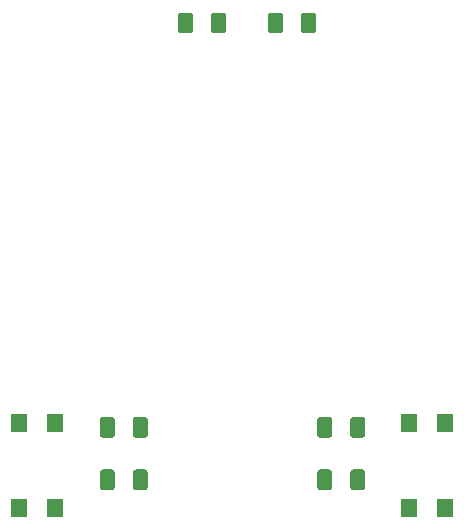
<source format=gbr>
G04 #@! TF.GenerationSoftware,KiCad,Pcbnew,5.0.2+dfsg1-1*
G04 #@! TF.CreationDate,2020-04-26T19:31:52+02:00*
G04 #@! TF.ProjectId,iClone,69436c6f-6e65-42e6-9b69-6361645f7063,rev?*
G04 #@! TF.SameCoordinates,Original*
G04 #@! TF.FileFunction,Paste,Top*
G04 #@! TF.FilePolarity,Positive*
%FSLAX46Y46*%
G04 Gerber Fmt 4.6, Leading zero omitted, Abs format (unit mm)*
G04 Created by KiCad (PCBNEW 5.0.2+dfsg1-1) date dom 26 abr 2020 19:31:52 CEST*
%MOMM*%
%LPD*%
G01*
G04 APERTURE LIST*
%ADD10C,0.100000*%
%ADD11C,1.250000*%
%ADD12R,1.400000X1.600000*%
G04 APERTURE END LIST*
D10*
G04 #@! TO.C,R4*
G36*
X148859504Y-69611204D02*
X148883773Y-69614804D01*
X148907571Y-69620765D01*
X148930671Y-69629030D01*
X148952849Y-69639520D01*
X148973893Y-69652133D01*
X148993598Y-69666747D01*
X149011777Y-69683223D01*
X149028253Y-69701402D01*
X149042867Y-69721107D01*
X149055480Y-69742151D01*
X149065970Y-69764329D01*
X149074235Y-69787429D01*
X149080196Y-69811227D01*
X149083796Y-69835496D01*
X149085000Y-69860000D01*
X149085000Y-71110000D01*
X149083796Y-71134504D01*
X149080196Y-71158773D01*
X149074235Y-71182571D01*
X149065970Y-71205671D01*
X149055480Y-71227849D01*
X149042867Y-71248893D01*
X149028253Y-71268598D01*
X149011777Y-71286777D01*
X148993598Y-71303253D01*
X148973893Y-71317867D01*
X148952849Y-71330480D01*
X148930671Y-71340970D01*
X148907571Y-71349235D01*
X148883773Y-71355196D01*
X148859504Y-71358796D01*
X148835000Y-71360000D01*
X148085000Y-71360000D01*
X148060496Y-71358796D01*
X148036227Y-71355196D01*
X148012429Y-71349235D01*
X147989329Y-71340970D01*
X147967151Y-71330480D01*
X147946107Y-71317867D01*
X147926402Y-71303253D01*
X147908223Y-71286777D01*
X147891747Y-71268598D01*
X147877133Y-71248893D01*
X147864520Y-71227849D01*
X147854030Y-71205671D01*
X147845765Y-71182571D01*
X147839804Y-71158773D01*
X147836204Y-71134504D01*
X147835000Y-71110000D01*
X147835000Y-69860000D01*
X147836204Y-69835496D01*
X147839804Y-69811227D01*
X147845765Y-69787429D01*
X147854030Y-69764329D01*
X147864520Y-69742151D01*
X147877133Y-69721107D01*
X147891747Y-69701402D01*
X147908223Y-69683223D01*
X147926402Y-69666747D01*
X147946107Y-69652133D01*
X147967151Y-69639520D01*
X147989329Y-69629030D01*
X148012429Y-69620765D01*
X148036227Y-69614804D01*
X148060496Y-69611204D01*
X148085000Y-69610000D01*
X148835000Y-69610000D01*
X148859504Y-69611204D01*
X148859504Y-69611204D01*
G37*
D11*
X148460000Y-70485000D03*
D10*
G36*
X151659504Y-69611204D02*
X151683773Y-69614804D01*
X151707571Y-69620765D01*
X151730671Y-69629030D01*
X151752849Y-69639520D01*
X151773893Y-69652133D01*
X151793598Y-69666747D01*
X151811777Y-69683223D01*
X151828253Y-69701402D01*
X151842867Y-69721107D01*
X151855480Y-69742151D01*
X151865970Y-69764329D01*
X151874235Y-69787429D01*
X151880196Y-69811227D01*
X151883796Y-69835496D01*
X151885000Y-69860000D01*
X151885000Y-71110000D01*
X151883796Y-71134504D01*
X151880196Y-71158773D01*
X151874235Y-71182571D01*
X151865970Y-71205671D01*
X151855480Y-71227849D01*
X151842867Y-71248893D01*
X151828253Y-71268598D01*
X151811777Y-71286777D01*
X151793598Y-71303253D01*
X151773893Y-71317867D01*
X151752849Y-71330480D01*
X151730671Y-71340970D01*
X151707571Y-71349235D01*
X151683773Y-71355196D01*
X151659504Y-71358796D01*
X151635000Y-71360000D01*
X150885000Y-71360000D01*
X150860496Y-71358796D01*
X150836227Y-71355196D01*
X150812429Y-71349235D01*
X150789329Y-71340970D01*
X150767151Y-71330480D01*
X150746107Y-71317867D01*
X150726402Y-71303253D01*
X150708223Y-71286777D01*
X150691747Y-71268598D01*
X150677133Y-71248893D01*
X150664520Y-71227849D01*
X150654030Y-71205671D01*
X150645765Y-71182571D01*
X150639804Y-71158773D01*
X150636204Y-71134504D01*
X150635000Y-71110000D01*
X150635000Y-69860000D01*
X150636204Y-69835496D01*
X150639804Y-69811227D01*
X150645765Y-69787429D01*
X150654030Y-69764329D01*
X150664520Y-69742151D01*
X150677133Y-69721107D01*
X150691747Y-69701402D01*
X150708223Y-69683223D01*
X150726402Y-69666747D01*
X150746107Y-69652133D01*
X150767151Y-69639520D01*
X150789329Y-69629030D01*
X150812429Y-69620765D01*
X150836227Y-69614804D01*
X150860496Y-69611204D01*
X150885000Y-69610000D01*
X151635000Y-69610000D01*
X151659504Y-69611204D01*
X151659504Y-69611204D01*
G37*
D11*
X151260000Y-70485000D03*
G04 #@! TD*
D10*
G04 #@! TO.C,R1*
G36*
X144039504Y-69611204D02*
X144063773Y-69614804D01*
X144087571Y-69620765D01*
X144110671Y-69629030D01*
X144132849Y-69639520D01*
X144153893Y-69652133D01*
X144173598Y-69666747D01*
X144191777Y-69683223D01*
X144208253Y-69701402D01*
X144222867Y-69721107D01*
X144235480Y-69742151D01*
X144245970Y-69764329D01*
X144254235Y-69787429D01*
X144260196Y-69811227D01*
X144263796Y-69835496D01*
X144265000Y-69860000D01*
X144265000Y-71110000D01*
X144263796Y-71134504D01*
X144260196Y-71158773D01*
X144254235Y-71182571D01*
X144245970Y-71205671D01*
X144235480Y-71227849D01*
X144222867Y-71248893D01*
X144208253Y-71268598D01*
X144191777Y-71286777D01*
X144173598Y-71303253D01*
X144153893Y-71317867D01*
X144132849Y-71330480D01*
X144110671Y-71340970D01*
X144087571Y-71349235D01*
X144063773Y-71355196D01*
X144039504Y-71358796D01*
X144015000Y-71360000D01*
X143265000Y-71360000D01*
X143240496Y-71358796D01*
X143216227Y-71355196D01*
X143192429Y-71349235D01*
X143169329Y-71340970D01*
X143147151Y-71330480D01*
X143126107Y-71317867D01*
X143106402Y-71303253D01*
X143088223Y-71286777D01*
X143071747Y-71268598D01*
X143057133Y-71248893D01*
X143044520Y-71227849D01*
X143034030Y-71205671D01*
X143025765Y-71182571D01*
X143019804Y-71158773D01*
X143016204Y-71134504D01*
X143015000Y-71110000D01*
X143015000Y-69860000D01*
X143016204Y-69835496D01*
X143019804Y-69811227D01*
X143025765Y-69787429D01*
X143034030Y-69764329D01*
X143044520Y-69742151D01*
X143057133Y-69721107D01*
X143071747Y-69701402D01*
X143088223Y-69683223D01*
X143106402Y-69666747D01*
X143126107Y-69652133D01*
X143147151Y-69639520D01*
X143169329Y-69629030D01*
X143192429Y-69620765D01*
X143216227Y-69614804D01*
X143240496Y-69611204D01*
X143265000Y-69610000D01*
X144015000Y-69610000D01*
X144039504Y-69611204D01*
X144039504Y-69611204D01*
G37*
D11*
X143640000Y-70485000D03*
D10*
G36*
X141239504Y-69611204D02*
X141263773Y-69614804D01*
X141287571Y-69620765D01*
X141310671Y-69629030D01*
X141332849Y-69639520D01*
X141353893Y-69652133D01*
X141373598Y-69666747D01*
X141391777Y-69683223D01*
X141408253Y-69701402D01*
X141422867Y-69721107D01*
X141435480Y-69742151D01*
X141445970Y-69764329D01*
X141454235Y-69787429D01*
X141460196Y-69811227D01*
X141463796Y-69835496D01*
X141465000Y-69860000D01*
X141465000Y-71110000D01*
X141463796Y-71134504D01*
X141460196Y-71158773D01*
X141454235Y-71182571D01*
X141445970Y-71205671D01*
X141435480Y-71227849D01*
X141422867Y-71248893D01*
X141408253Y-71268598D01*
X141391777Y-71286777D01*
X141373598Y-71303253D01*
X141353893Y-71317867D01*
X141332849Y-71330480D01*
X141310671Y-71340970D01*
X141287571Y-71349235D01*
X141263773Y-71355196D01*
X141239504Y-71358796D01*
X141215000Y-71360000D01*
X140465000Y-71360000D01*
X140440496Y-71358796D01*
X140416227Y-71355196D01*
X140392429Y-71349235D01*
X140369329Y-71340970D01*
X140347151Y-71330480D01*
X140326107Y-71317867D01*
X140306402Y-71303253D01*
X140288223Y-71286777D01*
X140271747Y-71268598D01*
X140257133Y-71248893D01*
X140244520Y-71227849D01*
X140234030Y-71205671D01*
X140225765Y-71182571D01*
X140219804Y-71158773D01*
X140216204Y-71134504D01*
X140215000Y-71110000D01*
X140215000Y-69860000D01*
X140216204Y-69835496D01*
X140219804Y-69811227D01*
X140225765Y-69787429D01*
X140234030Y-69764329D01*
X140244520Y-69742151D01*
X140257133Y-69721107D01*
X140271747Y-69701402D01*
X140288223Y-69683223D01*
X140306402Y-69666747D01*
X140326107Y-69652133D01*
X140347151Y-69639520D01*
X140369329Y-69629030D01*
X140392429Y-69620765D01*
X140416227Y-69614804D01*
X140440496Y-69611204D01*
X140465000Y-69610000D01*
X141215000Y-69610000D01*
X141239504Y-69611204D01*
X141239504Y-69611204D01*
G37*
D11*
X140840000Y-70485000D03*
G04 #@! TD*
D10*
G04 #@! TO.C,L2*
G36*
X153026253Y-108296112D02*
X153050522Y-108299712D01*
X153074320Y-108305673D01*
X153097420Y-108313938D01*
X153119598Y-108324428D01*
X153140642Y-108337041D01*
X153160347Y-108351655D01*
X153178526Y-108368131D01*
X153195002Y-108386310D01*
X153209616Y-108406015D01*
X153222229Y-108427059D01*
X153232719Y-108449237D01*
X153240984Y-108472337D01*
X153246945Y-108496135D01*
X153250545Y-108520404D01*
X153251749Y-108544908D01*
X153251749Y-109794908D01*
X153250545Y-109819412D01*
X153246945Y-109843681D01*
X153240984Y-109867479D01*
X153232719Y-109890579D01*
X153222229Y-109912757D01*
X153209616Y-109933801D01*
X153195002Y-109953506D01*
X153178526Y-109971685D01*
X153160347Y-109988161D01*
X153140642Y-110002775D01*
X153119598Y-110015388D01*
X153097420Y-110025878D01*
X153074320Y-110034143D01*
X153050522Y-110040104D01*
X153026253Y-110043704D01*
X153001749Y-110044908D01*
X152251749Y-110044908D01*
X152227245Y-110043704D01*
X152202976Y-110040104D01*
X152179178Y-110034143D01*
X152156078Y-110025878D01*
X152133900Y-110015388D01*
X152112856Y-110002775D01*
X152093151Y-109988161D01*
X152074972Y-109971685D01*
X152058496Y-109953506D01*
X152043882Y-109933801D01*
X152031269Y-109912757D01*
X152020779Y-109890579D01*
X152012514Y-109867479D01*
X152006553Y-109843681D01*
X152002953Y-109819412D01*
X152001749Y-109794908D01*
X152001749Y-108544908D01*
X152002953Y-108520404D01*
X152006553Y-108496135D01*
X152012514Y-108472337D01*
X152020779Y-108449237D01*
X152031269Y-108427059D01*
X152043882Y-108406015D01*
X152058496Y-108386310D01*
X152074972Y-108368131D01*
X152093151Y-108351655D01*
X152112856Y-108337041D01*
X152133900Y-108324428D01*
X152156078Y-108313938D01*
X152179178Y-108305673D01*
X152202976Y-108299712D01*
X152227245Y-108296112D01*
X152251749Y-108294908D01*
X153001749Y-108294908D01*
X153026253Y-108296112D01*
X153026253Y-108296112D01*
G37*
D11*
X152626749Y-109169908D03*
D10*
G36*
X155826253Y-108296112D02*
X155850522Y-108299712D01*
X155874320Y-108305673D01*
X155897420Y-108313938D01*
X155919598Y-108324428D01*
X155940642Y-108337041D01*
X155960347Y-108351655D01*
X155978526Y-108368131D01*
X155995002Y-108386310D01*
X156009616Y-108406015D01*
X156022229Y-108427059D01*
X156032719Y-108449237D01*
X156040984Y-108472337D01*
X156046945Y-108496135D01*
X156050545Y-108520404D01*
X156051749Y-108544908D01*
X156051749Y-109794908D01*
X156050545Y-109819412D01*
X156046945Y-109843681D01*
X156040984Y-109867479D01*
X156032719Y-109890579D01*
X156022229Y-109912757D01*
X156009616Y-109933801D01*
X155995002Y-109953506D01*
X155978526Y-109971685D01*
X155960347Y-109988161D01*
X155940642Y-110002775D01*
X155919598Y-110015388D01*
X155897420Y-110025878D01*
X155874320Y-110034143D01*
X155850522Y-110040104D01*
X155826253Y-110043704D01*
X155801749Y-110044908D01*
X155051749Y-110044908D01*
X155027245Y-110043704D01*
X155002976Y-110040104D01*
X154979178Y-110034143D01*
X154956078Y-110025878D01*
X154933900Y-110015388D01*
X154912856Y-110002775D01*
X154893151Y-109988161D01*
X154874972Y-109971685D01*
X154858496Y-109953506D01*
X154843882Y-109933801D01*
X154831269Y-109912757D01*
X154820779Y-109890579D01*
X154812514Y-109867479D01*
X154806553Y-109843681D01*
X154802953Y-109819412D01*
X154801749Y-109794908D01*
X154801749Y-108544908D01*
X154802953Y-108520404D01*
X154806553Y-108496135D01*
X154812514Y-108472337D01*
X154820779Y-108449237D01*
X154831269Y-108427059D01*
X154843882Y-108406015D01*
X154858496Y-108386310D01*
X154874972Y-108368131D01*
X154893151Y-108351655D01*
X154912856Y-108337041D01*
X154933900Y-108324428D01*
X154956078Y-108313938D01*
X154979178Y-108305673D01*
X155002976Y-108299712D01*
X155027245Y-108296112D01*
X155051749Y-108294908D01*
X155801749Y-108294908D01*
X155826253Y-108296112D01*
X155826253Y-108296112D01*
G37*
D11*
X155426749Y-109169908D03*
G04 #@! TD*
D10*
G04 #@! TO.C,R2*
G36*
X153026253Y-103851112D02*
X153050522Y-103854712D01*
X153074320Y-103860673D01*
X153097420Y-103868938D01*
X153119598Y-103879428D01*
X153140642Y-103892041D01*
X153160347Y-103906655D01*
X153178526Y-103923131D01*
X153195002Y-103941310D01*
X153209616Y-103961015D01*
X153222229Y-103982059D01*
X153232719Y-104004237D01*
X153240984Y-104027337D01*
X153246945Y-104051135D01*
X153250545Y-104075404D01*
X153251749Y-104099908D01*
X153251749Y-105349908D01*
X153250545Y-105374412D01*
X153246945Y-105398681D01*
X153240984Y-105422479D01*
X153232719Y-105445579D01*
X153222229Y-105467757D01*
X153209616Y-105488801D01*
X153195002Y-105508506D01*
X153178526Y-105526685D01*
X153160347Y-105543161D01*
X153140642Y-105557775D01*
X153119598Y-105570388D01*
X153097420Y-105580878D01*
X153074320Y-105589143D01*
X153050522Y-105595104D01*
X153026253Y-105598704D01*
X153001749Y-105599908D01*
X152251749Y-105599908D01*
X152227245Y-105598704D01*
X152202976Y-105595104D01*
X152179178Y-105589143D01*
X152156078Y-105580878D01*
X152133900Y-105570388D01*
X152112856Y-105557775D01*
X152093151Y-105543161D01*
X152074972Y-105526685D01*
X152058496Y-105508506D01*
X152043882Y-105488801D01*
X152031269Y-105467757D01*
X152020779Y-105445579D01*
X152012514Y-105422479D01*
X152006553Y-105398681D01*
X152002953Y-105374412D01*
X152001749Y-105349908D01*
X152001749Y-104099908D01*
X152002953Y-104075404D01*
X152006553Y-104051135D01*
X152012514Y-104027337D01*
X152020779Y-104004237D01*
X152031269Y-103982059D01*
X152043882Y-103961015D01*
X152058496Y-103941310D01*
X152074972Y-103923131D01*
X152093151Y-103906655D01*
X152112856Y-103892041D01*
X152133900Y-103879428D01*
X152156078Y-103868938D01*
X152179178Y-103860673D01*
X152202976Y-103854712D01*
X152227245Y-103851112D01*
X152251749Y-103849908D01*
X153001749Y-103849908D01*
X153026253Y-103851112D01*
X153026253Y-103851112D01*
G37*
D11*
X152626749Y-104724908D03*
D10*
G36*
X155826253Y-103851112D02*
X155850522Y-103854712D01*
X155874320Y-103860673D01*
X155897420Y-103868938D01*
X155919598Y-103879428D01*
X155940642Y-103892041D01*
X155960347Y-103906655D01*
X155978526Y-103923131D01*
X155995002Y-103941310D01*
X156009616Y-103961015D01*
X156022229Y-103982059D01*
X156032719Y-104004237D01*
X156040984Y-104027337D01*
X156046945Y-104051135D01*
X156050545Y-104075404D01*
X156051749Y-104099908D01*
X156051749Y-105349908D01*
X156050545Y-105374412D01*
X156046945Y-105398681D01*
X156040984Y-105422479D01*
X156032719Y-105445579D01*
X156022229Y-105467757D01*
X156009616Y-105488801D01*
X155995002Y-105508506D01*
X155978526Y-105526685D01*
X155960347Y-105543161D01*
X155940642Y-105557775D01*
X155919598Y-105570388D01*
X155897420Y-105580878D01*
X155874320Y-105589143D01*
X155850522Y-105595104D01*
X155826253Y-105598704D01*
X155801749Y-105599908D01*
X155051749Y-105599908D01*
X155027245Y-105598704D01*
X155002976Y-105595104D01*
X154979178Y-105589143D01*
X154956078Y-105580878D01*
X154933900Y-105570388D01*
X154912856Y-105557775D01*
X154893151Y-105543161D01*
X154874972Y-105526685D01*
X154858496Y-105508506D01*
X154843882Y-105488801D01*
X154831269Y-105467757D01*
X154820779Y-105445579D01*
X154812514Y-105422479D01*
X154806553Y-105398681D01*
X154802953Y-105374412D01*
X154801749Y-105349908D01*
X154801749Y-104099908D01*
X154802953Y-104075404D01*
X154806553Y-104051135D01*
X154812514Y-104027337D01*
X154820779Y-104004237D01*
X154831269Y-103982059D01*
X154843882Y-103961015D01*
X154858496Y-103941310D01*
X154874972Y-103923131D01*
X154893151Y-103906655D01*
X154912856Y-103892041D01*
X154933900Y-103879428D01*
X154956078Y-103868938D01*
X154979178Y-103860673D01*
X155002976Y-103854712D01*
X155027245Y-103851112D01*
X155051749Y-103849908D01*
X155801749Y-103849908D01*
X155826253Y-103851112D01*
X155826253Y-103851112D01*
G37*
D11*
X155426749Y-104724908D03*
G04 #@! TD*
D12*
G04 #@! TO.C,READ*
X159790000Y-104350000D03*
X159790000Y-111550000D03*
X162790000Y-104350000D03*
X162790000Y-111550000D03*
G04 #@! TD*
G04 #@! TO.C,WRITE*
X126770000Y-104350000D03*
X126770000Y-111550000D03*
X129770000Y-104350000D03*
X129770000Y-111550000D03*
G04 #@! TD*
D10*
G04 #@! TO.C,R2*
G36*
X137411253Y-103851112D02*
X137435522Y-103854712D01*
X137459320Y-103860673D01*
X137482420Y-103868938D01*
X137504598Y-103879428D01*
X137525642Y-103892041D01*
X137545347Y-103906655D01*
X137563526Y-103923131D01*
X137580002Y-103941310D01*
X137594616Y-103961015D01*
X137607229Y-103982059D01*
X137617719Y-104004237D01*
X137625984Y-104027337D01*
X137631945Y-104051135D01*
X137635545Y-104075404D01*
X137636749Y-104099908D01*
X137636749Y-105349908D01*
X137635545Y-105374412D01*
X137631945Y-105398681D01*
X137625984Y-105422479D01*
X137617719Y-105445579D01*
X137607229Y-105467757D01*
X137594616Y-105488801D01*
X137580002Y-105508506D01*
X137563526Y-105526685D01*
X137545347Y-105543161D01*
X137525642Y-105557775D01*
X137504598Y-105570388D01*
X137482420Y-105580878D01*
X137459320Y-105589143D01*
X137435522Y-105595104D01*
X137411253Y-105598704D01*
X137386749Y-105599908D01*
X136636749Y-105599908D01*
X136612245Y-105598704D01*
X136587976Y-105595104D01*
X136564178Y-105589143D01*
X136541078Y-105580878D01*
X136518900Y-105570388D01*
X136497856Y-105557775D01*
X136478151Y-105543161D01*
X136459972Y-105526685D01*
X136443496Y-105508506D01*
X136428882Y-105488801D01*
X136416269Y-105467757D01*
X136405779Y-105445579D01*
X136397514Y-105422479D01*
X136391553Y-105398681D01*
X136387953Y-105374412D01*
X136386749Y-105349908D01*
X136386749Y-104099908D01*
X136387953Y-104075404D01*
X136391553Y-104051135D01*
X136397514Y-104027337D01*
X136405779Y-104004237D01*
X136416269Y-103982059D01*
X136428882Y-103961015D01*
X136443496Y-103941310D01*
X136459972Y-103923131D01*
X136478151Y-103906655D01*
X136497856Y-103892041D01*
X136518900Y-103879428D01*
X136541078Y-103868938D01*
X136564178Y-103860673D01*
X136587976Y-103854712D01*
X136612245Y-103851112D01*
X136636749Y-103849908D01*
X137386749Y-103849908D01*
X137411253Y-103851112D01*
X137411253Y-103851112D01*
G37*
D11*
X137011749Y-104724908D03*
D10*
G36*
X134611253Y-103851112D02*
X134635522Y-103854712D01*
X134659320Y-103860673D01*
X134682420Y-103868938D01*
X134704598Y-103879428D01*
X134725642Y-103892041D01*
X134745347Y-103906655D01*
X134763526Y-103923131D01*
X134780002Y-103941310D01*
X134794616Y-103961015D01*
X134807229Y-103982059D01*
X134817719Y-104004237D01*
X134825984Y-104027337D01*
X134831945Y-104051135D01*
X134835545Y-104075404D01*
X134836749Y-104099908D01*
X134836749Y-105349908D01*
X134835545Y-105374412D01*
X134831945Y-105398681D01*
X134825984Y-105422479D01*
X134817719Y-105445579D01*
X134807229Y-105467757D01*
X134794616Y-105488801D01*
X134780002Y-105508506D01*
X134763526Y-105526685D01*
X134745347Y-105543161D01*
X134725642Y-105557775D01*
X134704598Y-105570388D01*
X134682420Y-105580878D01*
X134659320Y-105589143D01*
X134635522Y-105595104D01*
X134611253Y-105598704D01*
X134586749Y-105599908D01*
X133836749Y-105599908D01*
X133812245Y-105598704D01*
X133787976Y-105595104D01*
X133764178Y-105589143D01*
X133741078Y-105580878D01*
X133718900Y-105570388D01*
X133697856Y-105557775D01*
X133678151Y-105543161D01*
X133659972Y-105526685D01*
X133643496Y-105508506D01*
X133628882Y-105488801D01*
X133616269Y-105467757D01*
X133605779Y-105445579D01*
X133597514Y-105422479D01*
X133591553Y-105398681D01*
X133587953Y-105374412D01*
X133586749Y-105349908D01*
X133586749Y-104099908D01*
X133587953Y-104075404D01*
X133591553Y-104051135D01*
X133597514Y-104027337D01*
X133605779Y-104004237D01*
X133616269Y-103982059D01*
X133628882Y-103961015D01*
X133643496Y-103941310D01*
X133659972Y-103923131D01*
X133678151Y-103906655D01*
X133697856Y-103892041D01*
X133718900Y-103879428D01*
X133741078Y-103868938D01*
X133764178Y-103860673D01*
X133787976Y-103854712D01*
X133812245Y-103851112D01*
X133836749Y-103849908D01*
X134586749Y-103849908D01*
X134611253Y-103851112D01*
X134611253Y-103851112D01*
G37*
D11*
X134211749Y-104724908D03*
G04 #@! TD*
D10*
G04 #@! TO.C,L2*
G36*
X137411253Y-108296112D02*
X137435522Y-108299712D01*
X137459320Y-108305673D01*
X137482420Y-108313938D01*
X137504598Y-108324428D01*
X137525642Y-108337041D01*
X137545347Y-108351655D01*
X137563526Y-108368131D01*
X137580002Y-108386310D01*
X137594616Y-108406015D01*
X137607229Y-108427059D01*
X137617719Y-108449237D01*
X137625984Y-108472337D01*
X137631945Y-108496135D01*
X137635545Y-108520404D01*
X137636749Y-108544908D01*
X137636749Y-109794908D01*
X137635545Y-109819412D01*
X137631945Y-109843681D01*
X137625984Y-109867479D01*
X137617719Y-109890579D01*
X137607229Y-109912757D01*
X137594616Y-109933801D01*
X137580002Y-109953506D01*
X137563526Y-109971685D01*
X137545347Y-109988161D01*
X137525642Y-110002775D01*
X137504598Y-110015388D01*
X137482420Y-110025878D01*
X137459320Y-110034143D01*
X137435522Y-110040104D01*
X137411253Y-110043704D01*
X137386749Y-110044908D01*
X136636749Y-110044908D01*
X136612245Y-110043704D01*
X136587976Y-110040104D01*
X136564178Y-110034143D01*
X136541078Y-110025878D01*
X136518900Y-110015388D01*
X136497856Y-110002775D01*
X136478151Y-109988161D01*
X136459972Y-109971685D01*
X136443496Y-109953506D01*
X136428882Y-109933801D01*
X136416269Y-109912757D01*
X136405779Y-109890579D01*
X136397514Y-109867479D01*
X136391553Y-109843681D01*
X136387953Y-109819412D01*
X136386749Y-109794908D01*
X136386749Y-108544908D01*
X136387953Y-108520404D01*
X136391553Y-108496135D01*
X136397514Y-108472337D01*
X136405779Y-108449237D01*
X136416269Y-108427059D01*
X136428882Y-108406015D01*
X136443496Y-108386310D01*
X136459972Y-108368131D01*
X136478151Y-108351655D01*
X136497856Y-108337041D01*
X136518900Y-108324428D01*
X136541078Y-108313938D01*
X136564178Y-108305673D01*
X136587976Y-108299712D01*
X136612245Y-108296112D01*
X136636749Y-108294908D01*
X137386749Y-108294908D01*
X137411253Y-108296112D01*
X137411253Y-108296112D01*
G37*
D11*
X137011749Y-109169908D03*
D10*
G36*
X134611253Y-108296112D02*
X134635522Y-108299712D01*
X134659320Y-108305673D01*
X134682420Y-108313938D01*
X134704598Y-108324428D01*
X134725642Y-108337041D01*
X134745347Y-108351655D01*
X134763526Y-108368131D01*
X134780002Y-108386310D01*
X134794616Y-108406015D01*
X134807229Y-108427059D01*
X134817719Y-108449237D01*
X134825984Y-108472337D01*
X134831945Y-108496135D01*
X134835545Y-108520404D01*
X134836749Y-108544908D01*
X134836749Y-109794908D01*
X134835545Y-109819412D01*
X134831945Y-109843681D01*
X134825984Y-109867479D01*
X134817719Y-109890579D01*
X134807229Y-109912757D01*
X134794616Y-109933801D01*
X134780002Y-109953506D01*
X134763526Y-109971685D01*
X134745347Y-109988161D01*
X134725642Y-110002775D01*
X134704598Y-110015388D01*
X134682420Y-110025878D01*
X134659320Y-110034143D01*
X134635522Y-110040104D01*
X134611253Y-110043704D01*
X134586749Y-110044908D01*
X133836749Y-110044908D01*
X133812245Y-110043704D01*
X133787976Y-110040104D01*
X133764178Y-110034143D01*
X133741078Y-110025878D01*
X133718900Y-110015388D01*
X133697856Y-110002775D01*
X133678151Y-109988161D01*
X133659972Y-109971685D01*
X133643496Y-109953506D01*
X133628882Y-109933801D01*
X133616269Y-109912757D01*
X133605779Y-109890579D01*
X133597514Y-109867479D01*
X133591553Y-109843681D01*
X133587953Y-109819412D01*
X133586749Y-109794908D01*
X133586749Y-108544908D01*
X133587953Y-108520404D01*
X133591553Y-108496135D01*
X133597514Y-108472337D01*
X133605779Y-108449237D01*
X133616269Y-108427059D01*
X133628882Y-108406015D01*
X133643496Y-108386310D01*
X133659972Y-108368131D01*
X133678151Y-108351655D01*
X133697856Y-108337041D01*
X133718900Y-108324428D01*
X133741078Y-108313938D01*
X133764178Y-108305673D01*
X133787976Y-108299712D01*
X133812245Y-108296112D01*
X133836749Y-108294908D01*
X134586749Y-108294908D01*
X134611253Y-108296112D01*
X134611253Y-108296112D01*
G37*
D11*
X134211749Y-109169908D03*
G04 #@! TD*
M02*

</source>
